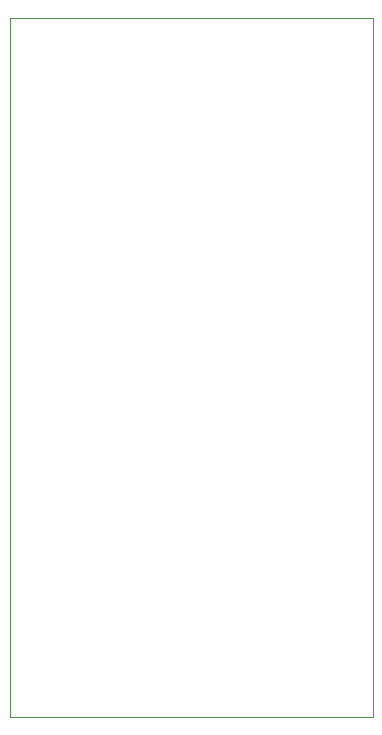
<source format=gbr>
G04 DipTrace 4.0.0.3*
G04 BoardOutline.gbr*
%MOIN*%
G04 #@! TF.FileFunction,Profile*
G04 #@! TF.Part,Single*
%ADD10C,0.004724*%
%FSLAX26Y26*%
G04*
G70*
G90*
G75*
G01*
G04 BoardOutline*
%LPD*%
X393701Y2722701D2*
D10*
X1603701D1*
Y393701D1*
X393701Y393715D1*
Y2722701D1*
M02*

</source>
